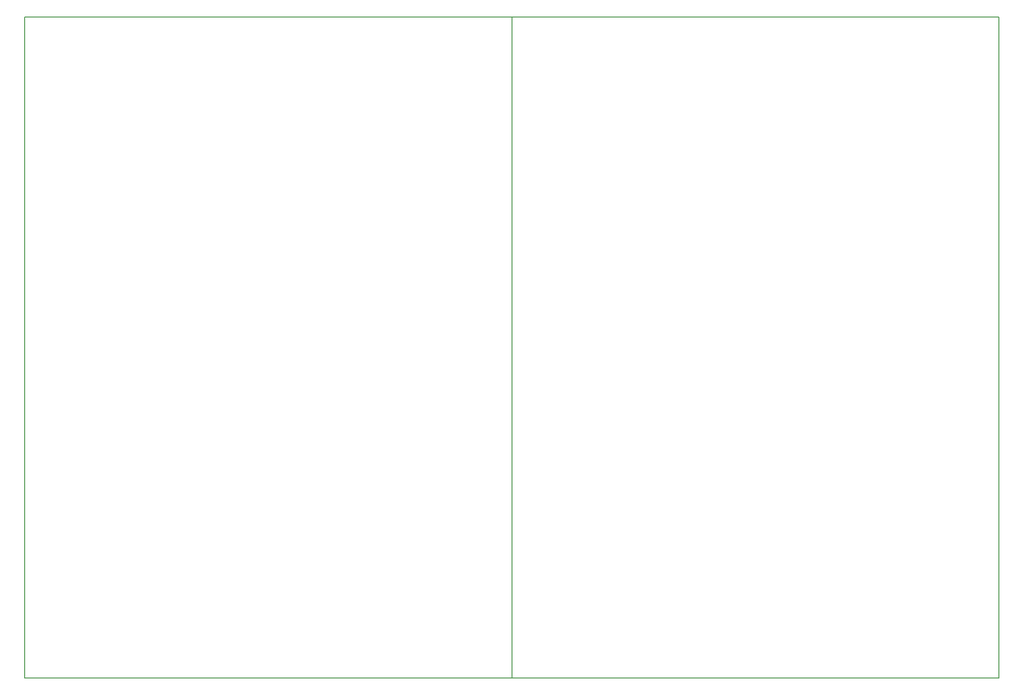
<source format=gm1>
G04 #@! TF.FileFunction,Profile,NP*
%FSLAX46Y46*%
G04 Gerber Fmt 4.6, Leading zero omitted, Abs format (unit mm)*
G04 Created by KiCad (PCBNEW 4.0.0-stable) date Thursday, December 17, 2015 'AMt' 12:16:44 AM*
%MOMM*%
G01*
G04 APERTURE LIST*
%ADD10C,0.100000*%
%ADD11C,0.150000*%
G04 APERTURE END LIST*
D10*
D11*
X143000000Y-29000000D02*
X144000000Y-29000000D01*
X136000000Y-29000000D02*
X136000000Y-154000000D01*
X228000000Y-29000000D02*
X228000000Y-154000000D01*
X44000000Y-154000000D02*
X228000000Y-154000000D01*
X44000000Y-29000000D02*
X44000000Y-154000000D01*
X228000000Y-29000000D02*
X44000000Y-29000000D01*
M02*

</source>
